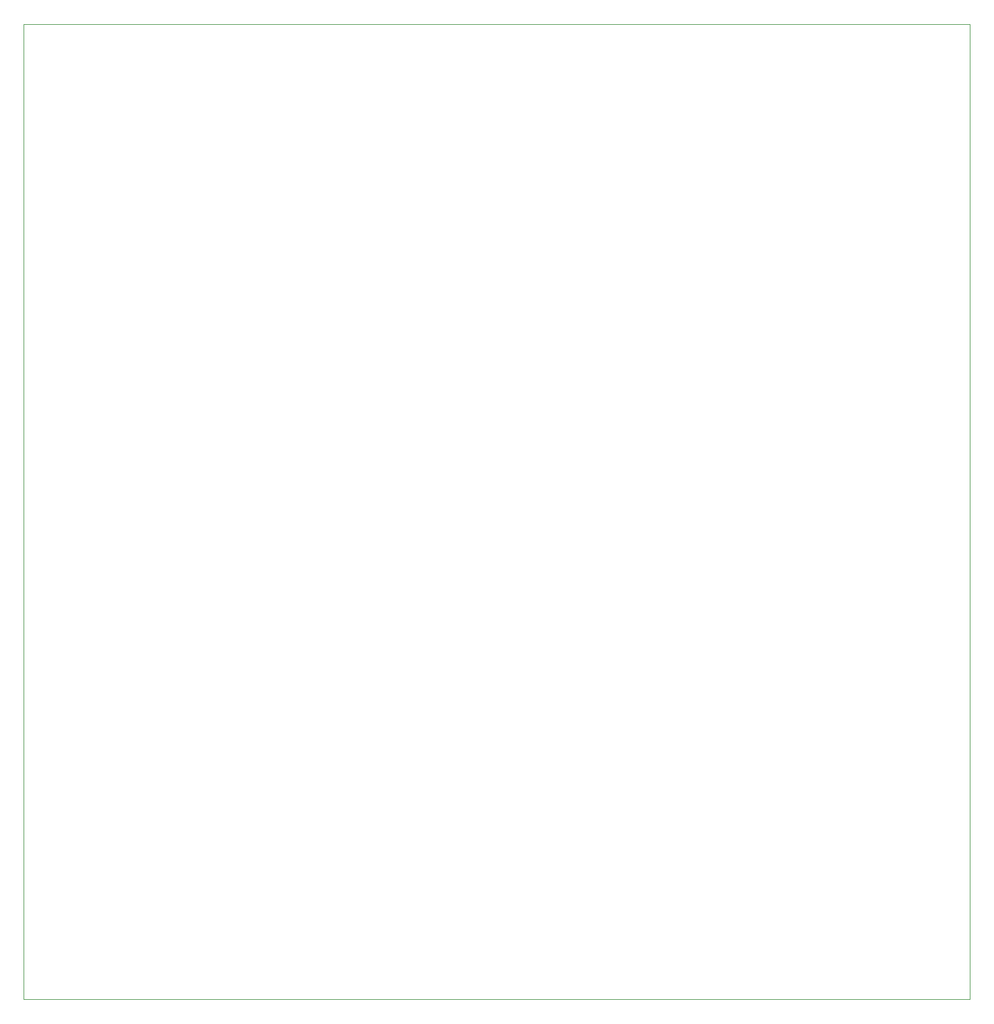
<source format=gbr>
%TF.GenerationSoftware,KiCad,Pcbnew,9.0.0*%
%TF.CreationDate,2025-03-06T09:36:57-05:00*%
%TF.ProjectId,PCB_Tutorial_Lect,5043425f-5475-4746-9f72-69616c5f4c65,rev?*%
%TF.SameCoordinates,Original*%
%TF.FileFunction,Profile,NP*%
%FSLAX46Y46*%
G04 Gerber Fmt 4.6, Leading zero omitted, Abs format (unit mm)*
G04 Created by KiCad (PCBNEW 9.0.0) date 2025-03-06 09:36:57*
%MOMM*%
%LPD*%
G01*
G04 APERTURE LIST*
%TA.AperFunction,Profile*%
%ADD10C,0.050000*%
%TD*%
G04 APERTURE END LIST*
D10*
X44500000Y-33000000D02*
X177000000Y-33000000D01*
X177000000Y-169500000D01*
X44500000Y-169500000D01*
X44500000Y-33000000D01*
M02*

</source>
